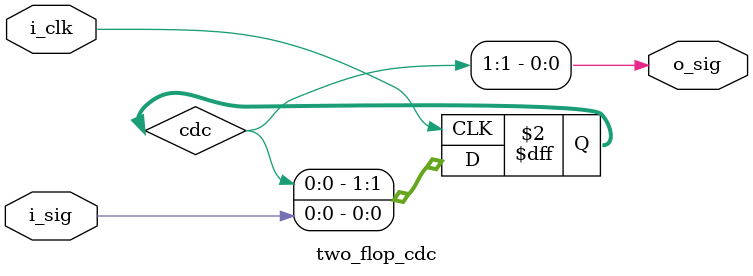
<source format=v>
module two_flop_cdc(
		input wire i_clk,
		input wire i_sig,
		output wire o_sig
);

  reg [1:0] cdc;

  always @(posedge i_clk) begin
    cdc[0] <= i_sig;
    cdc[1] <= cdc[0];
  end

  assign o_sig = cdc[1];

endmodule

</source>
